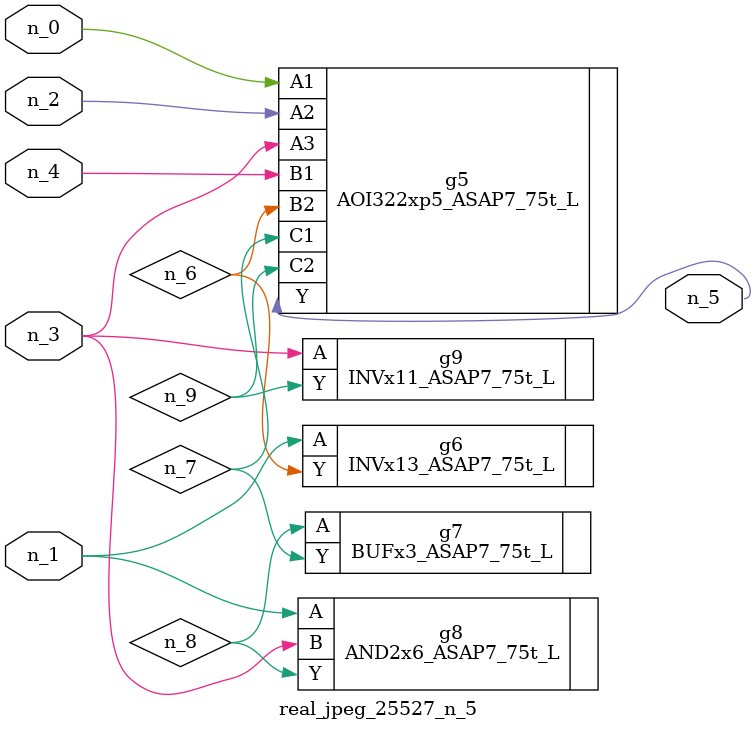
<source format=v>
module real_jpeg_25527_n_5 (n_4, n_0, n_1, n_2, n_3, n_5);

input n_4;
input n_0;
input n_1;
input n_2;
input n_3;

output n_5;

wire n_8;
wire n_6;
wire n_7;
wire n_9;

AOI322xp5_ASAP7_75t_L g5 ( 
.A1(n_0),
.A2(n_2),
.A3(n_3),
.B1(n_4),
.B2(n_6),
.C1(n_7),
.C2(n_9),
.Y(n_5)
);

INVx13_ASAP7_75t_L g6 ( 
.A(n_1),
.Y(n_6)
);

AND2x6_ASAP7_75t_L g8 ( 
.A(n_1),
.B(n_3),
.Y(n_8)
);

INVx11_ASAP7_75t_L g9 ( 
.A(n_3),
.Y(n_9)
);

BUFx3_ASAP7_75t_L g7 ( 
.A(n_8),
.Y(n_7)
);


endmodule
</source>
